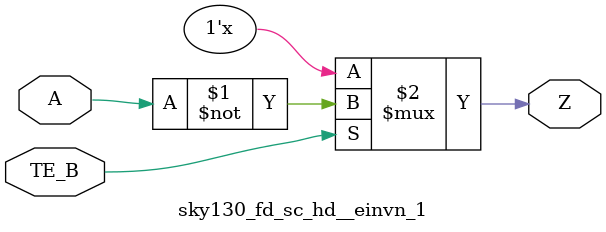
<source format=v>
module sky130_fd_sc_hd__einvn_1 (
    Z   ,
    A   ,
    TE_B
);
    output Z   ;
    input  A   ;
    input  TE_B;
    notif0 notif00 (Z     , A, TE_B        );
endmodule
</source>
